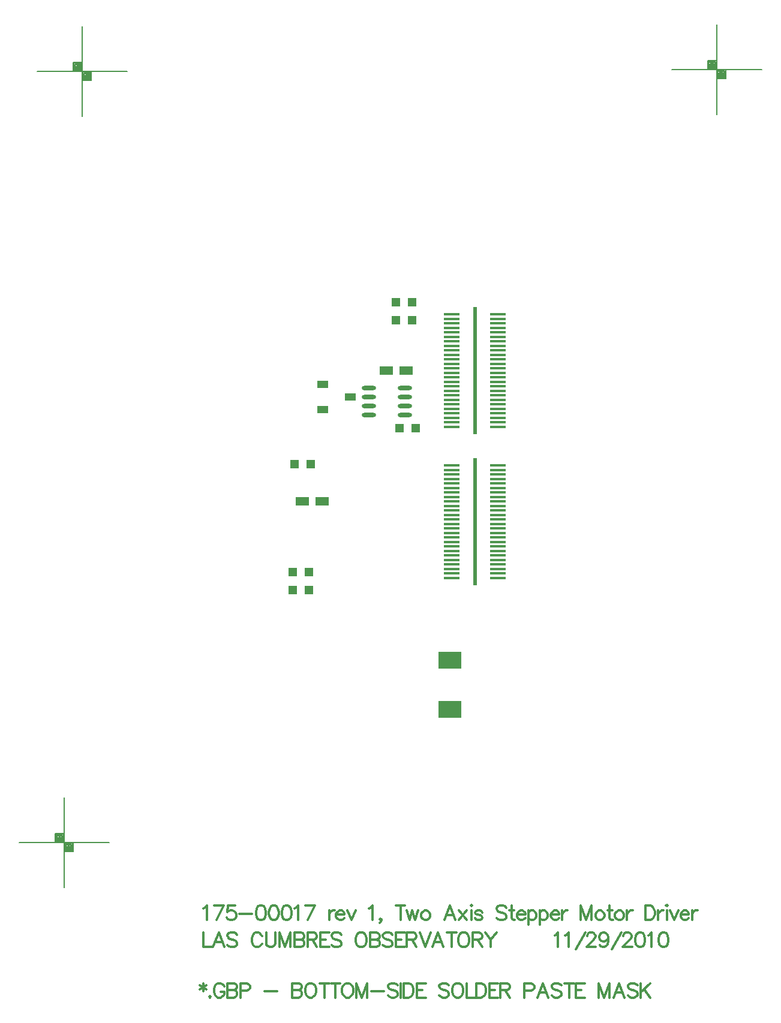
<source format=gbp>
%FSLAX23Y23*%
%MOIN*%
G70*
G01*
G75*
G04 Layer_Color=128*
%ADD10R,0.079X0.236*%
%ADD11C,0.007*%
%ADD12C,0.050*%
%ADD13C,0.010*%
%ADD14C,0.020*%
%ADD15C,0.012*%
%ADD16C,0.008*%
%ADD17C,0.012*%
%ADD18C,0.012*%
%ADD19C,0.050*%
%ADD20C,0.079*%
%ADD21R,0.079X0.079*%
%ADD22R,0.059X0.059*%
%ADD23C,0.059*%
%ADD24C,0.276*%
%ADD25C,0.219*%
%ADD26C,0.024*%
%ADD27C,0.040*%
%ADD28C,0.065*%
G04:AMPARAMS|DCode=29|XSize=85mil|YSize=85mil|CornerRadius=0mil|HoleSize=0mil|Usage=FLASHONLY|Rotation=0.000|XOffset=0mil|YOffset=0mil|HoleType=Round|Shape=Relief|Width=10mil|Gap=10mil|Entries=4|*
%AMTHD29*
7,0,0,0.085,0.065,0.010,45*
%
%ADD29THD29*%
%ADD30C,0.099*%
G04:AMPARAMS|DCode=31|XSize=119.055mil|YSize=119.055mil|CornerRadius=0mil|HoleSize=0mil|Usage=FLASHONLY|Rotation=0.000|XOffset=0mil|YOffset=0mil|HoleType=Round|Shape=Relief|Width=10mil|Gap=10mil|Entries=4|*
%AMTHD31*
7,0,0,0.119,0.099,0.010,45*
%
%ADD31THD31*%
%ADD32C,0.075*%
%ADD33C,0.197*%
%ADD34C,0.206*%
%ADD35C,0.068*%
G04:AMPARAMS|DCode=36|XSize=70mil|YSize=70mil|CornerRadius=0mil|HoleSize=0mil|Usage=FLASHONLY|Rotation=0.000|XOffset=0mil|YOffset=0mil|HoleType=Round|Shape=Relief|Width=10mil|Gap=10mil|Entries=4|*
%AMTHD36*
7,0,0,0.070,0.050,0.010,45*
%
%ADD36THD36*%
G04:AMPARAMS|DCode=37|XSize=88mil|YSize=88mil|CornerRadius=0mil|HoleSize=0mil|Usage=FLASHONLY|Rotation=0.000|XOffset=0mil|YOffset=0mil|HoleType=Round|Shape=Relief|Width=10mil|Gap=10mil|Entries=4|*
%AMTHD37*
7,0,0,0.088,0.068,0.010,45*
%
%ADD37THD37*%
%ADD38C,0.075*%
%ADD39O,0.079X0.024*%
%ADD40R,0.078X0.048*%
%ADD41R,0.050X0.050*%
%ADD42R,0.130X0.094*%
%ADD43R,0.020X0.709*%
%ADD44R,0.085X0.016*%
%ADD45R,0.059X0.039*%
%ADD46C,0.030*%
%ADD47C,0.005*%
%ADD48C,0.008*%
%ADD49R,0.149X0.227*%
%ADD50R,0.087X0.244*%
%ADD51C,0.087*%
%ADD52R,0.087X0.087*%
%ADD53R,0.067X0.067*%
%ADD54C,0.067*%
%ADD55C,0.284*%
%ADD56C,0.227*%
%ADD57C,0.032*%
%ADD58C,0.058*%
%ADD59O,0.087X0.032*%
%ADD60R,0.086X0.056*%
%ADD61R,0.058X0.058*%
%ADD62R,0.138X0.102*%
%ADD63R,0.067X0.047*%
D16*
X33620Y23910D02*
X34120D01*
X33870Y23660D02*
Y24160D01*
X33820Y23910D02*
Y23960D01*
X33870D01*
X33920Y23860D02*
Y23910D01*
X33870Y23860D02*
X33920D01*
X33875Y23905D02*
X33915D01*
Y23865D02*
Y23905D01*
X33875Y23865D02*
X33915D01*
X33875D02*
Y23905D01*
X33880Y23900D02*
X33910D01*
Y23870D02*
Y23900D01*
X33880Y23870D02*
X33910D01*
X33880D02*
Y23895D01*
X33885D02*
X33905D01*
Y23875D02*
Y23895D01*
X33885Y23875D02*
X33905D01*
X33885D02*
Y23890D01*
X33890D02*
X33900D01*
Y23880D02*
Y23890D01*
X33890Y23880D02*
X33900D01*
X33890D02*
Y23890D01*
Y23885D02*
X33900D01*
X33825Y23955D02*
X33865D01*
Y23915D02*
Y23955D01*
X33825Y23915D02*
X33865D01*
X33825D02*
Y23955D01*
X33830Y23950D02*
X33860D01*
Y23920D02*
Y23950D01*
X33830Y23920D02*
X33860D01*
X33830D02*
Y23945D01*
X33835D02*
X33855D01*
Y23925D02*
Y23945D01*
X33835Y23925D02*
X33855D01*
X33835D02*
Y23940D01*
X33840D02*
X33850D01*
Y23930D02*
Y23940D01*
X33840Y23930D02*
X33850D01*
X33840D02*
Y23940D01*
Y23935D02*
X33850D01*
X30094Y23901D02*
X30594D01*
X30344Y23651D02*
Y24151D01*
X30294Y23901D02*
Y23951D01*
X30344D01*
X30394Y23851D02*
Y23901D01*
X30344Y23851D02*
X30394D01*
X30349Y23896D02*
X30389D01*
Y23856D02*
Y23896D01*
X30349Y23856D02*
X30389D01*
X30349D02*
Y23896D01*
X30354Y23891D02*
X30384D01*
Y23861D02*
Y23891D01*
X30354Y23861D02*
X30384D01*
X30354D02*
Y23886D01*
X30359D02*
X30379D01*
Y23866D02*
Y23886D01*
X30359Y23866D02*
X30379D01*
X30359D02*
Y23881D01*
X30364D02*
X30374D01*
Y23871D02*
Y23881D01*
X30364Y23871D02*
X30374D01*
X30364D02*
Y23881D01*
Y23876D02*
X30374D01*
X30299Y23946D02*
X30339D01*
Y23906D02*
Y23946D01*
X30299Y23906D02*
X30339D01*
X30299D02*
Y23946D01*
X30304Y23941D02*
X30334D01*
Y23911D02*
Y23941D01*
X30304Y23911D02*
X30334D01*
X30304D02*
Y23936D01*
X30309D02*
X30329D01*
Y23916D02*
Y23936D01*
X30309Y23916D02*
X30329D01*
X30309D02*
Y23931D01*
X30314D02*
X30324D01*
Y23921D02*
Y23931D01*
X30314Y23921D02*
X30324D01*
X30314D02*
Y23931D01*
Y23926D02*
X30324D01*
X29995Y19615D02*
X30495D01*
X30245Y19365D02*
Y19865D01*
X30195Y19615D02*
Y19665D01*
X30245D01*
X30295Y19565D02*
Y19615D01*
X30245Y19565D02*
X30295D01*
X30250Y19610D02*
X30290D01*
Y19570D02*
Y19610D01*
X30250Y19570D02*
X30290D01*
X30250D02*
Y19610D01*
X30255Y19605D02*
X30285D01*
Y19575D02*
Y19605D01*
X30255Y19575D02*
X30285D01*
X30255D02*
Y19600D01*
X30260D02*
X30280D01*
Y19580D02*
Y19600D01*
X30260Y19580D02*
X30280D01*
X30260D02*
Y19595D01*
X30265D02*
X30275D01*
Y19585D02*
Y19595D01*
X30265Y19585D02*
X30275D01*
X30265D02*
Y19595D01*
Y19590D02*
X30275D01*
X30200Y19660D02*
X30240D01*
Y19620D02*
Y19660D01*
X30200Y19620D02*
X30240D01*
X30200D02*
Y19660D01*
X30205Y19655D02*
X30235D01*
Y19625D02*
Y19655D01*
X30205Y19625D02*
X30235D01*
X30205D02*
Y19650D01*
X30210D02*
X30230D01*
Y19630D02*
Y19650D01*
X30210Y19630D02*
X30230D01*
X30210D02*
Y19645D01*
X30215D02*
X30225D01*
Y19635D02*
Y19645D01*
X30215Y19635D02*
X30225D01*
X30215D02*
Y19645D01*
Y19640D02*
X30225D01*
D17*
X31016Y18832D02*
Y18786D01*
X30997Y18821D02*
X31035Y18798D01*
Y18821D02*
X30997Y18798D01*
X31055Y18760D02*
X31051Y18756D01*
X31055Y18752D01*
X31059Y18756D01*
X31055Y18760D01*
X31133Y18813D02*
X31130Y18821D01*
X31122Y18828D01*
X31114Y18832D01*
X31099D01*
X31092Y18828D01*
X31084Y18821D01*
X31080Y18813D01*
X31076Y18802D01*
Y18783D01*
X31080Y18771D01*
X31084Y18763D01*
X31092Y18756D01*
X31099Y18752D01*
X31114D01*
X31122Y18756D01*
X31130Y18763D01*
X31133Y18771D01*
Y18783D01*
X31114D02*
X31133D01*
X31152Y18832D02*
Y18752D01*
Y18832D02*
X31186D01*
X31197Y18828D01*
X31201Y18824D01*
X31205Y18817D01*
Y18809D01*
X31201Y18802D01*
X31197Y18798D01*
X31186Y18794D01*
X31152D02*
X31186D01*
X31197Y18790D01*
X31201Y18786D01*
X31205Y18779D01*
Y18767D01*
X31201Y18760D01*
X31197Y18756D01*
X31186Y18752D01*
X31152D01*
X31223Y18790D02*
X31257D01*
X31269Y18794D01*
X31272Y18798D01*
X31276Y18805D01*
Y18817D01*
X31272Y18824D01*
X31269Y18828D01*
X31257Y18832D01*
X31223D01*
Y18752D01*
X31357Y18786D02*
X31426D01*
X31512Y18832D02*
Y18752D01*
Y18832D02*
X31546D01*
X31558Y18828D01*
X31562Y18824D01*
X31565Y18817D01*
Y18809D01*
X31562Y18802D01*
X31558Y18798D01*
X31546Y18794D01*
X31512D02*
X31546D01*
X31558Y18790D01*
X31562Y18786D01*
X31565Y18779D01*
Y18767D01*
X31562Y18760D01*
X31558Y18756D01*
X31546Y18752D01*
X31512D01*
X31606Y18832D02*
X31599Y18828D01*
X31591Y18821D01*
X31587Y18813D01*
X31583Y18802D01*
Y18783D01*
X31587Y18771D01*
X31591Y18763D01*
X31599Y18756D01*
X31606Y18752D01*
X31621D01*
X31629Y18756D01*
X31637Y18763D01*
X31640Y18771D01*
X31644Y18783D01*
Y18802D01*
X31640Y18813D01*
X31637Y18821D01*
X31629Y18828D01*
X31621Y18832D01*
X31606D01*
X31690D02*
Y18752D01*
X31663Y18832D02*
X31716D01*
X31752D02*
Y18752D01*
X31726Y18832D02*
X31779D01*
X31811D02*
X31804Y18828D01*
X31796Y18821D01*
X31792Y18813D01*
X31789Y18802D01*
Y18783D01*
X31792Y18771D01*
X31796Y18763D01*
X31804Y18756D01*
X31811Y18752D01*
X31827D01*
X31834Y18756D01*
X31842Y18763D01*
X31846Y18771D01*
X31850Y18783D01*
Y18802D01*
X31846Y18813D01*
X31842Y18821D01*
X31834Y18828D01*
X31827Y18832D01*
X31811D01*
X31868D02*
Y18752D01*
Y18832D02*
X31899Y18752D01*
X31929Y18832D02*
X31899Y18752D01*
X31929Y18832D02*
Y18752D01*
X31952Y18786D02*
X32021D01*
X32097Y18821D02*
X32090Y18828D01*
X32078Y18832D01*
X32063D01*
X32052Y18828D01*
X32044Y18821D01*
Y18813D01*
X32048Y18805D01*
X32052Y18802D01*
X32059Y18798D01*
X32082Y18790D01*
X32090Y18786D01*
X32094Y18783D01*
X32097Y18775D01*
Y18763D01*
X32090Y18756D01*
X32078Y18752D01*
X32063D01*
X32052Y18756D01*
X32044Y18763D01*
X32115Y18832D02*
Y18752D01*
X32132Y18832D02*
Y18752D01*
Y18832D02*
X32159D01*
X32170Y18828D01*
X32178Y18821D01*
X32182Y18813D01*
X32185Y18802D01*
Y18783D01*
X32182Y18771D01*
X32178Y18763D01*
X32170Y18756D01*
X32159Y18752D01*
X32132D01*
X32253Y18832D02*
X32203D01*
Y18752D01*
X32253D01*
X32203Y18794D02*
X32234D01*
X32382Y18821D02*
X32375Y18828D01*
X32363Y18832D01*
X32348D01*
X32337Y18828D01*
X32329Y18821D01*
Y18813D01*
X32333Y18805D01*
X32337Y18802D01*
X32344Y18798D01*
X32367Y18790D01*
X32375Y18786D01*
X32379Y18783D01*
X32382Y18775D01*
Y18763D01*
X32375Y18756D01*
X32363Y18752D01*
X32348D01*
X32337Y18756D01*
X32329Y18763D01*
X32423Y18832D02*
X32415Y18828D01*
X32408Y18821D01*
X32404Y18813D01*
X32400Y18802D01*
Y18783D01*
X32404Y18771D01*
X32408Y18763D01*
X32415Y18756D01*
X32423Y18752D01*
X32438D01*
X32446Y18756D01*
X32454Y18763D01*
X32457Y18771D01*
X32461Y18783D01*
Y18802D01*
X32457Y18813D01*
X32454Y18821D01*
X32446Y18828D01*
X32438Y18832D01*
X32423D01*
X32480D02*
Y18752D01*
X32526D01*
X32534Y18832D02*
Y18752D01*
Y18832D02*
X32561D01*
X32572Y18828D01*
X32580Y18821D01*
X32584Y18813D01*
X32588Y18802D01*
Y18783D01*
X32584Y18771D01*
X32580Y18763D01*
X32572Y18756D01*
X32561Y18752D01*
X32534D01*
X32655Y18832D02*
X32606D01*
Y18752D01*
X32655D01*
X32606Y18794D02*
X32636D01*
X32668Y18832D02*
Y18752D01*
Y18832D02*
X32703D01*
X32714Y18828D01*
X32718Y18824D01*
X32722Y18817D01*
Y18809D01*
X32718Y18802D01*
X32714Y18798D01*
X32703Y18794D01*
X32668D01*
X32695D02*
X32722Y18752D01*
X32802Y18790D02*
X32837D01*
X32848Y18794D01*
X32852Y18798D01*
X32856Y18805D01*
Y18817D01*
X32852Y18824D01*
X32848Y18828D01*
X32837Y18832D01*
X32802D01*
Y18752D01*
X32935D02*
X32904Y18832D01*
X32874Y18752D01*
X32885Y18779D02*
X32923D01*
X33007Y18821D02*
X32999Y18828D01*
X32988Y18832D01*
X32972D01*
X32961Y18828D01*
X32953Y18821D01*
Y18813D01*
X32957Y18805D01*
X32961Y18802D01*
X32969Y18798D01*
X32991Y18790D01*
X32999Y18786D01*
X33003Y18783D01*
X33007Y18775D01*
Y18763D01*
X32999Y18756D01*
X32988Y18752D01*
X32972D01*
X32961Y18756D01*
X32953Y18763D01*
X33051Y18832D02*
Y18752D01*
X33025Y18832D02*
X33078D01*
X33137D02*
X33087D01*
Y18752D01*
X33137D01*
X33087Y18794D02*
X33118D01*
X33213Y18832D02*
Y18752D01*
Y18832D02*
X33244Y18752D01*
X33274Y18832D02*
X33244Y18752D01*
X33274Y18832D02*
Y18752D01*
X33358D02*
X33327Y18832D01*
X33297Y18752D01*
X33308Y18779D02*
X33346D01*
X33430Y18821D02*
X33422Y18828D01*
X33411Y18832D01*
X33395D01*
X33384Y18828D01*
X33376Y18821D01*
Y18813D01*
X33380Y18805D01*
X33384Y18802D01*
X33392Y18798D01*
X33415Y18790D01*
X33422Y18786D01*
X33426Y18783D01*
X33430Y18775D01*
Y18763D01*
X33422Y18756D01*
X33411Y18752D01*
X33395D01*
X33384Y18756D01*
X33376Y18763D01*
X33448Y18832D02*
Y18752D01*
X33501Y18832D02*
X33448Y18779D01*
X33467Y18798D02*
X33501Y18752D01*
X31018Y19247D02*
X31025Y19251D01*
X31037Y19263D01*
Y19183D01*
X31130Y19263D02*
X31092Y19183D01*
X31076Y19263D02*
X31130D01*
X31193D02*
X31155D01*
X31151Y19228D01*
X31155Y19232D01*
X31167Y19236D01*
X31178D01*
X31190Y19232D01*
X31197Y19225D01*
X31201Y19213D01*
Y19205D01*
X31197Y19194D01*
X31190Y19186D01*
X31178Y19183D01*
X31167D01*
X31155Y19186D01*
X31151Y19190D01*
X31148Y19198D01*
X31219Y19217D02*
X31287D01*
X31334Y19263D02*
X31322Y19259D01*
X31315Y19247D01*
X31311Y19228D01*
Y19217D01*
X31315Y19198D01*
X31322Y19186D01*
X31334Y19183D01*
X31342D01*
X31353Y19186D01*
X31361Y19198D01*
X31364Y19217D01*
Y19228D01*
X31361Y19247D01*
X31353Y19259D01*
X31342Y19263D01*
X31334D01*
X31405D02*
X31394Y19259D01*
X31386Y19247D01*
X31382Y19228D01*
Y19217D01*
X31386Y19198D01*
X31394Y19186D01*
X31405Y19183D01*
X31413D01*
X31424Y19186D01*
X31432Y19198D01*
X31436Y19217D01*
Y19228D01*
X31432Y19247D01*
X31424Y19259D01*
X31413Y19263D01*
X31405D01*
X31476D02*
X31465Y19259D01*
X31457Y19247D01*
X31454Y19228D01*
Y19217D01*
X31457Y19198D01*
X31465Y19186D01*
X31476Y19183D01*
X31484D01*
X31495Y19186D01*
X31503Y19198D01*
X31507Y19217D01*
Y19228D01*
X31503Y19247D01*
X31495Y19259D01*
X31484Y19263D01*
X31476D01*
X31525Y19247D02*
X31532Y19251D01*
X31544Y19263D01*
Y19183D01*
X31637Y19263D02*
X31599Y19183D01*
X31583Y19263D02*
X31637D01*
X31717Y19236D02*
Y19183D01*
Y19213D02*
X31721Y19225D01*
X31729Y19232D01*
X31736Y19236D01*
X31748D01*
X31755Y19213D02*
X31801D01*
Y19221D01*
X31797Y19228D01*
X31793Y19232D01*
X31786Y19236D01*
X31774D01*
X31767Y19232D01*
X31759Y19225D01*
X31755Y19213D01*
Y19205D01*
X31759Y19194D01*
X31767Y19186D01*
X31774Y19183D01*
X31786D01*
X31793Y19186D01*
X31801Y19194D01*
X31818Y19236D02*
X31841Y19183D01*
X31864Y19236D02*
X31841Y19183D01*
X31939Y19247D02*
X31947Y19251D01*
X31959Y19263D01*
Y19183D01*
X32006Y19186D02*
X32002Y19183D01*
X31998Y19186D01*
X32002Y19190D01*
X32006Y19186D01*
Y19179D01*
X32002Y19171D01*
X31998Y19167D01*
X32113Y19263D02*
Y19183D01*
X32086Y19263D02*
X32139D01*
X32149Y19236D02*
X32164Y19183D01*
X32179Y19236D02*
X32164Y19183D01*
X32179Y19236D02*
X32195Y19183D01*
X32210Y19236D02*
X32195Y19183D01*
X32248Y19236D02*
X32240Y19232D01*
X32232Y19225D01*
X32229Y19213D01*
Y19205D01*
X32232Y19194D01*
X32240Y19186D01*
X32248Y19183D01*
X32259D01*
X32267Y19186D01*
X32274Y19194D01*
X32278Y19205D01*
Y19213D01*
X32274Y19225D01*
X32267Y19232D01*
X32259Y19236D01*
X32248D01*
X32419Y19183D02*
X32389Y19263D01*
X32358Y19183D01*
X32370Y19209D02*
X32408D01*
X32438Y19236D02*
X32480Y19183D01*
Y19236D02*
X32438Y19183D01*
X32504Y19263D02*
X32508Y19259D01*
X32512Y19263D01*
X32508Y19266D01*
X32504Y19263D01*
X32508Y19236D02*
Y19183D01*
X32568Y19225D02*
X32564Y19232D01*
X32553Y19236D01*
X32541D01*
X32530Y19232D01*
X32526Y19225D01*
X32530Y19217D01*
X32537Y19213D01*
X32557Y19209D01*
X32564Y19205D01*
X32568Y19198D01*
Y19194D01*
X32564Y19186D01*
X32553Y19183D01*
X32541D01*
X32530Y19186D01*
X32526Y19194D01*
X32701Y19251D02*
X32693Y19259D01*
X32682Y19263D01*
X32667D01*
X32655Y19259D01*
X32648Y19251D01*
Y19244D01*
X32651Y19236D01*
X32655Y19232D01*
X32663Y19228D01*
X32686Y19221D01*
X32693Y19217D01*
X32697Y19213D01*
X32701Y19205D01*
Y19194D01*
X32693Y19186D01*
X32682Y19183D01*
X32667D01*
X32655Y19186D01*
X32648Y19194D01*
X32730Y19263D02*
Y19198D01*
X32734Y19186D01*
X32742Y19183D01*
X32749D01*
X32719Y19236D02*
X32745D01*
X32761Y19213D02*
X32806D01*
Y19221D01*
X32803Y19228D01*
X32799Y19232D01*
X32791Y19236D01*
X32780D01*
X32772Y19232D01*
X32764Y19225D01*
X32761Y19213D01*
Y19205D01*
X32764Y19194D01*
X32772Y19186D01*
X32780Y19183D01*
X32791D01*
X32799Y19186D01*
X32806Y19194D01*
X32823Y19236D02*
Y19156D01*
Y19225D02*
X32831Y19232D01*
X32839Y19236D01*
X32850D01*
X32858Y19232D01*
X32865Y19225D01*
X32869Y19213D01*
Y19205D01*
X32865Y19194D01*
X32858Y19186D01*
X32850Y19183D01*
X32839D01*
X32831Y19186D01*
X32823Y19194D01*
X32886Y19236D02*
Y19156D01*
Y19225D02*
X32894Y19232D01*
X32902Y19236D01*
X32913D01*
X32921Y19232D01*
X32928Y19225D01*
X32932Y19213D01*
Y19205D01*
X32928Y19194D01*
X32921Y19186D01*
X32913Y19183D01*
X32902D01*
X32894Y19186D01*
X32886Y19194D01*
X32949Y19213D02*
X32995D01*
Y19221D01*
X32991Y19228D01*
X32987Y19232D01*
X32980Y19236D01*
X32968D01*
X32961Y19232D01*
X32953Y19225D01*
X32949Y19213D01*
Y19205D01*
X32953Y19194D01*
X32961Y19186D01*
X32968Y19183D01*
X32980D01*
X32987Y19186D01*
X32995Y19194D01*
X33012Y19236D02*
Y19183D01*
Y19213D02*
X33016Y19225D01*
X33023Y19232D01*
X33031Y19236D01*
X33042D01*
X33113Y19263D02*
Y19183D01*
Y19263D02*
X33143Y19183D01*
X33174Y19263D02*
X33143Y19183D01*
X33174Y19263D02*
Y19183D01*
X33215Y19236D02*
X33208Y19232D01*
X33200Y19225D01*
X33196Y19213D01*
Y19205D01*
X33200Y19194D01*
X33208Y19186D01*
X33215Y19183D01*
X33227D01*
X33234Y19186D01*
X33242Y19194D01*
X33246Y19205D01*
Y19213D01*
X33242Y19225D01*
X33234Y19232D01*
X33227Y19236D01*
X33215D01*
X33275Y19263D02*
Y19198D01*
X33279Y19186D01*
X33286Y19183D01*
X33294D01*
X33263Y19236D02*
X33290D01*
X33324D02*
X33317Y19232D01*
X33309Y19225D01*
X33305Y19213D01*
Y19205D01*
X33309Y19194D01*
X33317Y19186D01*
X33324Y19183D01*
X33336D01*
X33343Y19186D01*
X33351Y19194D01*
X33355Y19205D01*
Y19213D01*
X33351Y19225D01*
X33343Y19232D01*
X33336Y19236D01*
X33324D01*
X33372D02*
Y19183D01*
Y19213D02*
X33376Y19225D01*
X33384Y19232D01*
X33391Y19236D01*
X33403D01*
X33473Y19263D02*
Y19183D01*
Y19263D02*
X33500D01*
X33511Y19259D01*
X33519Y19251D01*
X33522Y19244D01*
X33526Y19232D01*
Y19213D01*
X33522Y19202D01*
X33519Y19194D01*
X33511Y19186D01*
X33500Y19183D01*
X33473D01*
X33544Y19236D02*
Y19183D01*
Y19213D02*
X33548Y19225D01*
X33556Y19232D01*
X33563Y19236D01*
X33575D01*
X33589Y19263D02*
X33593Y19259D01*
X33597Y19263D01*
X33593Y19266D01*
X33589Y19263D01*
X33593Y19236D02*
Y19183D01*
X33611Y19236D02*
X33634Y19183D01*
X33657Y19236D02*
X33634Y19183D01*
X33670Y19213D02*
X33715D01*
Y19221D01*
X33712Y19228D01*
X33708Y19232D01*
X33700Y19236D01*
X33689D01*
X33681Y19232D01*
X33674Y19225D01*
X33670Y19213D01*
Y19205D01*
X33674Y19194D01*
X33681Y19186D01*
X33689Y19183D01*
X33700D01*
X33708Y19186D01*
X33715Y19194D01*
X33733Y19236D02*
Y19183D01*
Y19213D02*
X33736Y19225D01*
X33744Y19232D01*
X33752Y19236D01*
X33763D01*
D18*
X31018Y19113D02*
Y19033D01*
X31063D01*
X31133D02*
X31103Y19113D01*
X31072Y19033D01*
X31084Y19059D02*
X31122D01*
X31205Y19101D02*
X31198Y19109D01*
X31186Y19113D01*
X31171D01*
X31159Y19109D01*
X31152Y19101D01*
Y19094D01*
X31156Y19086D01*
X31159Y19082D01*
X31167Y19078D01*
X31190Y19071D01*
X31198Y19067D01*
X31201Y19063D01*
X31205Y19055D01*
Y19044D01*
X31198Y19036D01*
X31186Y19033D01*
X31171D01*
X31159Y19036D01*
X31152Y19044D01*
X31343Y19094D02*
X31339Y19101D01*
X31332Y19109D01*
X31324Y19113D01*
X31309D01*
X31301Y19109D01*
X31294Y19101D01*
X31290Y19094D01*
X31286Y19082D01*
Y19063D01*
X31290Y19052D01*
X31294Y19044D01*
X31301Y19036D01*
X31309Y19033D01*
X31324D01*
X31332Y19036D01*
X31339Y19044D01*
X31343Y19052D01*
X31366Y19113D02*
Y19055D01*
X31369Y19044D01*
X31377Y19036D01*
X31388Y19033D01*
X31396D01*
X31407Y19036D01*
X31415Y19044D01*
X31419Y19055D01*
Y19113D01*
X31441D02*
Y19033D01*
Y19113D02*
X31471Y19033D01*
X31502Y19113D02*
X31471Y19033D01*
X31502Y19113D02*
Y19033D01*
X31525Y19113D02*
Y19033D01*
Y19113D02*
X31559D01*
X31570Y19109D01*
X31574Y19105D01*
X31578Y19097D01*
Y19090D01*
X31574Y19082D01*
X31570Y19078D01*
X31559Y19075D01*
X31525D02*
X31559D01*
X31570Y19071D01*
X31574Y19067D01*
X31578Y19059D01*
Y19048D01*
X31574Y19040D01*
X31570Y19036D01*
X31559Y19033D01*
X31525D01*
X31596Y19113D02*
Y19033D01*
Y19113D02*
X31630D01*
X31642Y19109D01*
X31645Y19105D01*
X31649Y19097D01*
Y19090D01*
X31645Y19082D01*
X31642Y19078D01*
X31630Y19075D01*
X31596D01*
X31623D02*
X31649Y19033D01*
X31717Y19113D02*
X31667D01*
Y19033D01*
X31717D01*
X31667Y19075D02*
X31698D01*
X31783Y19101D02*
X31776Y19109D01*
X31764Y19113D01*
X31749D01*
X31738Y19109D01*
X31730Y19101D01*
Y19094D01*
X31734Y19086D01*
X31738Y19082D01*
X31745Y19078D01*
X31768Y19071D01*
X31776Y19067D01*
X31780Y19063D01*
X31783Y19055D01*
Y19044D01*
X31776Y19036D01*
X31764Y19033D01*
X31749D01*
X31738Y19036D01*
X31730Y19044D01*
X31887Y19113D02*
X31879Y19109D01*
X31872Y19101D01*
X31868Y19094D01*
X31864Y19082D01*
Y19063D01*
X31868Y19052D01*
X31872Y19044D01*
X31879Y19036D01*
X31887Y19033D01*
X31902D01*
X31910Y19036D01*
X31917Y19044D01*
X31921Y19052D01*
X31925Y19063D01*
Y19082D01*
X31921Y19094D01*
X31917Y19101D01*
X31910Y19109D01*
X31902Y19113D01*
X31887D01*
X31944D02*
Y19033D01*
Y19113D02*
X31978D01*
X31989Y19109D01*
X31993Y19105D01*
X31997Y19097D01*
Y19090D01*
X31993Y19082D01*
X31989Y19078D01*
X31978Y19075D01*
X31944D02*
X31978D01*
X31989Y19071D01*
X31993Y19067D01*
X31997Y19059D01*
Y19048D01*
X31993Y19040D01*
X31989Y19036D01*
X31978Y19033D01*
X31944D01*
X32068Y19101D02*
X32061Y19109D01*
X32049Y19113D01*
X32034D01*
X32023Y19109D01*
X32015Y19101D01*
Y19094D01*
X32019Y19086D01*
X32023Y19082D01*
X32030Y19078D01*
X32053Y19071D01*
X32061Y19067D01*
X32064Y19063D01*
X32068Y19055D01*
Y19044D01*
X32061Y19036D01*
X32049Y19033D01*
X32034D01*
X32023Y19036D01*
X32015Y19044D01*
X32136Y19113D02*
X32086D01*
Y19033D01*
X32136D01*
X32086Y19075D02*
X32117D01*
X32149Y19113D02*
Y19033D01*
Y19113D02*
X32183D01*
X32195Y19109D01*
X32198Y19105D01*
X32202Y19097D01*
Y19090D01*
X32198Y19082D01*
X32195Y19078D01*
X32183Y19075D01*
X32149D01*
X32176D02*
X32202Y19033D01*
X32220Y19113D02*
X32251Y19033D01*
X32281Y19113D02*
X32251Y19033D01*
X32352D02*
X32322Y19113D01*
X32291Y19033D01*
X32303Y19059D02*
X32341D01*
X32398Y19113D02*
Y19033D01*
X32371Y19113D02*
X32424D01*
X32457D02*
X32449Y19109D01*
X32441Y19101D01*
X32438Y19094D01*
X32434Y19082D01*
Y19063D01*
X32438Y19052D01*
X32441Y19044D01*
X32449Y19036D01*
X32457Y19033D01*
X32472D01*
X32480Y19036D01*
X32487Y19044D01*
X32491Y19052D01*
X32495Y19063D01*
Y19082D01*
X32491Y19094D01*
X32487Y19101D01*
X32480Y19109D01*
X32472Y19113D01*
X32457D01*
X32513D02*
Y19033D01*
Y19113D02*
X32548D01*
X32559Y19109D01*
X32563Y19105D01*
X32567Y19097D01*
Y19090D01*
X32563Y19082D01*
X32559Y19078D01*
X32548Y19075D01*
X32513D01*
X32540D02*
X32567Y19033D01*
X32585Y19113D02*
X32615Y19075D01*
Y19033D01*
X32646Y19113D02*
X32615Y19075D01*
X32970Y19097D02*
X32978Y19101D01*
X32989Y19113D01*
Y19033D01*
X33029Y19097D02*
X33036Y19101D01*
X33048Y19113D01*
Y19033D01*
X33087Y19021D02*
X33141Y19113D01*
X33150Y19094D02*
Y19097D01*
X33154Y19105D01*
X33158Y19109D01*
X33165Y19113D01*
X33180D01*
X33188Y19109D01*
X33192Y19105D01*
X33196Y19097D01*
Y19090D01*
X33192Y19082D01*
X33184Y19071D01*
X33146Y19033D01*
X33199D01*
X33267Y19086D02*
X33263Y19075D01*
X33255Y19067D01*
X33244Y19063D01*
X33240D01*
X33229Y19067D01*
X33221Y19075D01*
X33217Y19086D01*
Y19090D01*
X33221Y19101D01*
X33229Y19109D01*
X33240Y19113D01*
X33244D01*
X33255Y19109D01*
X33263Y19101D01*
X33267Y19086D01*
Y19067D01*
X33263Y19048D01*
X33255Y19036D01*
X33244Y19033D01*
X33236D01*
X33225Y19036D01*
X33221Y19044D01*
X33289Y19021D02*
X33342Y19113D01*
X33351Y19094D02*
Y19097D01*
X33355Y19105D01*
X33359Y19109D01*
X33366Y19113D01*
X33381D01*
X33389Y19109D01*
X33393Y19105D01*
X33397Y19097D01*
Y19090D01*
X33393Y19082D01*
X33385Y19071D01*
X33347Y19033D01*
X33401D01*
X33441Y19113D02*
X33430Y19109D01*
X33422Y19097D01*
X33418Y19078D01*
Y19067D01*
X33422Y19048D01*
X33430Y19036D01*
X33441Y19033D01*
X33449D01*
X33460Y19036D01*
X33468Y19048D01*
X33472Y19067D01*
Y19078D01*
X33468Y19097D01*
X33460Y19109D01*
X33449Y19113D01*
X33441D01*
X33490Y19097D02*
X33497Y19101D01*
X33509Y19113D01*
Y19033D01*
X33571Y19113D02*
X33560Y19109D01*
X33552Y19097D01*
X33548Y19078D01*
Y19067D01*
X33552Y19048D01*
X33560Y19036D01*
X33571Y19033D01*
X33579D01*
X33590Y19036D01*
X33598Y19048D01*
X33602Y19067D01*
Y19078D01*
X33598Y19097D01*
X33590Y19109D01*
X33579Y19113D01*
X33571D01*
D39*
X32136Y22141D02*
D03*
Y22091D02*
D03*
Y22041D02*
D03*
Y21991D02*
D03*
X31939Y22141D02*
D03*
Y22091D02*
D03*
Y22041D02*
D03*
Y21991D02*
D03*
D40*
X31678Y21511D02*
D03*
X31568D02*
D03*
X32033Y22236D02*
D03*
X32143D02*
D03*
D41*
X31513Y21016D02*
D03*
X31603D02*
D03*
X32108Y21916D02*
D03*
X32198D02*
D03*
X31613Y21716D02*
D03*
X31523D02*
D03*
X32178Y22516D02*
D03*
X32088D02*
D03*
X31513Y21116D02*
D03*
X31603D02*
D03*
X32178Y22616D02*
D03*
X32088D02*
D03*
D42*
X32388Y20354D02*
D03*
Y20628D02*
D03*
D43*
X32526Y22236D02*
D03*
Y21396D02*
D03*
D44*
X32653Y21084D02*
D03*
X32398D02*
D03*
X32653Y21309D02*
D03*
Y21234D02*
D03*
Y21159D02*
D03*
X32398Y21309D02*
D03*
Y21234D02*
D03*
Y21159D02*
D03*
X32653Y21709D02*
D03*
Y21634D02*
D03*
Y21559D02*
D03*
Y21484D02*
D03*
X32398Y21709D02*
D03*
Y21634D02*
D03*
Y21559D02*
D03*
Y21484D02*
D03*
X32653Y21949D02*
D03*
X32398D02*
D03*
X32653Y22349D02*
D03*
Y22274D02*
D03*
Y22199D02*
D03*
Y22124D02*
D03*
X32398Y22349D02*
D03*
Y22274D02*
D03*
Y22199D02*
D03*
Y22124D02*
D03*
X32653Y22524D02*
D03*
X32398D02*
D03*
X32653Y21134D02*
D03*
Y21109D02*
D03*
X32398Y21134D02*
D03*
Y21109D02*
D03*
X32653Y21209D02*
D03*
Y21184D02*
D03*
X32398Y21209D02*
D03*
Y21184D02*
D03*
X32653Y21284D02*
D03*
Y21259D02*
D03*
X32398Y21284D02*
D03*
Y21259D02*
D03*
X32653Y21384D02*
D03*
Y21359D02*
D03*
Y21334D02*
D03*
X32398Y21384D02*
D03*
Y21359D02*
D03*
Y21334D02*
D03*
X32653Y21459D02*
D03*
Y21434D02*
D03*
Y21409D02*
D03*
X32398Y21459D02*
D03*
Y21434D02*
D03*
Y21409D02*
D03*
X32653Y21534D02*
D03*
Y21509D02*
D03*
X32398Y21534D02*
D03*
Y21509D02*
D03*
X32653Y21609D02*
D03*
Y21584D02*
D03*
X32398Y21609D02*
D03*
Y21584D02*
D03*
X32653Y21684D02*
D03*
Y21659D02*
D03*
X32398Y21684D02*
D03*
Y21659D02*
D03*
X32653Y21924D02*
D03*
X32398D02*
D03*
X32653Y22024D02*
D03*
Y21999D02*
D03*
Y21974D02*
D03*
X32398Y22024D02*
D03*
Y21999D02*
D03*
Y21974D02*
D03*
X32653Y22099D02*
D03*
Y22074D02*
D03*
Y22049D02*
D03*
X32398Y22099D02*
D03*
Y22074D02*
D03*
Y22049D02*
D03*
X32653Y22174D02*
D03*
Y22149D02*
D03*
X32398Y22174D02*
D03*
Y22149D02*
D03*
X32653Y22249D02*
D03*
Y22224D02*
D03*
X32398Y22249D02*
D03*
Y22224D02*
D03*
X32653Y22324D02*
D03*
Y22299D02*
D03*
X32398Y22324D02*
D03*
Y22299D02*
D03*
X32653Y22424D02*
D03*
Y22399D02*
D03*
Y22374D02*
D03*
X32398Y22424D02*
D03*
Y22399D02*
D03*
Y22374D02*
D03*
X32653Y22499D02*
D03*
Y22474D02*
D03*
Y22449D02*
D03*
X32398Y22499D02*
D03*
Y22474D02*
D03*
Y22449D02*
D03*
X32653Y22549D02*
D03*
X32398D02*
D03*
D45*
X31681Y22160D02*
D03*
X31835Y22091D02*
D03*
X31681Y22022D02*
D03*
M02*

</source>
